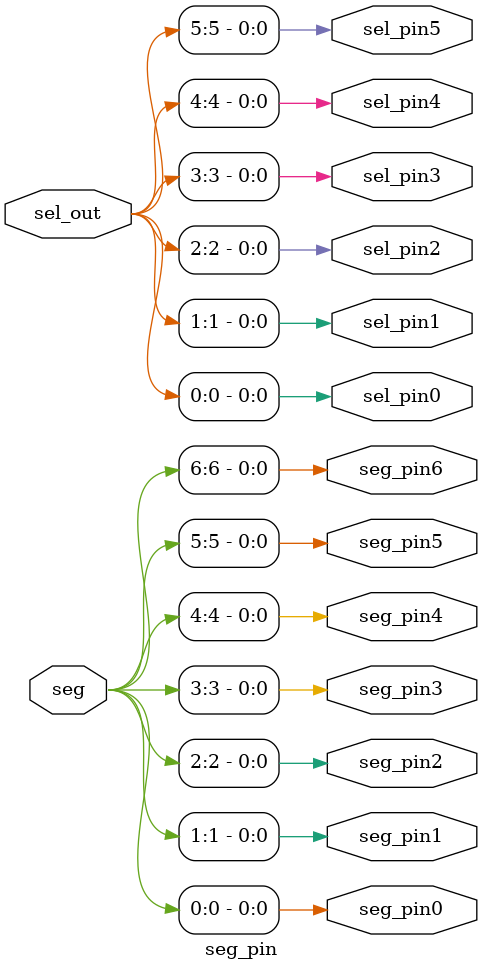
<source format=v>
module seg_pin
(
	input wire	[5:0] sel_out,
	input wire	[6:0] seg,
	
	output wire sel_pin0,
	output wire sel_pin1,
	output wire sel_pin2,
	output wire sel_pin3,
	output wire sel_pin4,
	output wire sel_pin5,
	
	output wire seg_pin0,
	output wire seg_pin1,
	output wire seg_pin2,
	output wire seg_pin3,
	output wire seg_pin4,
	output wire seg_pin5,
	output wire seg_pin6
);
	
	assign sel_pin0 = sel_out[0];
	assign sel_pin1 = sel_out[1];
	assign sel_pin2 = sel_out[2];
	assign sel_pin3 = sel_out[3];
	assign sel_pin4 = sel_out[4];
	assign sel_pin5 = sel_out[5];
	
	assign seg_pin0 = seg[0];
	assign seg_pin1 = seg[1];
	assign seg_pin2 = seg[2];
	assign seg_pin3 = seg[3];
	assign seg_pin4 = seg[4];
	assign seg_pin5 = seg[5];
	assign seg_pin6 = seg[6];
	
endmodule

	
	
	
	
	
	
	
	
	
	
	
	
	
</source>
